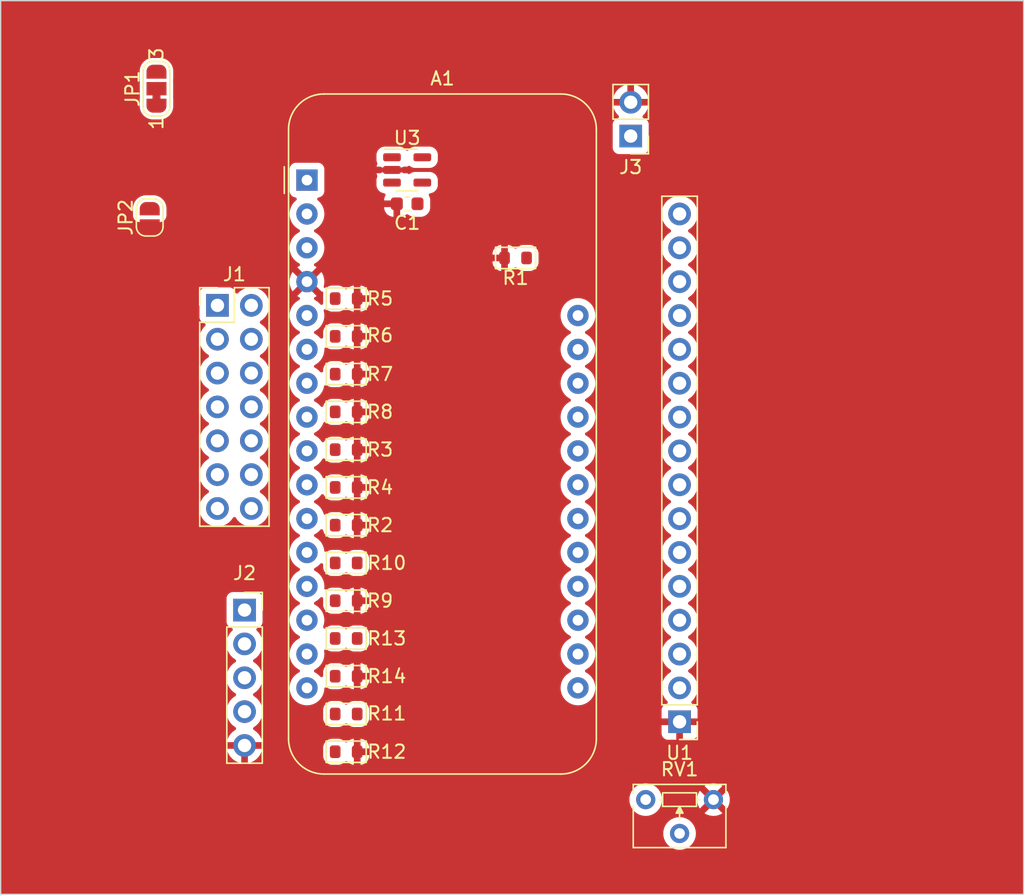
<source format=kicad_pcb>
(kicad_pcb (version 20221018) (generator pcbnew)
  (layers (0 "F.Cu" signal) (31 "B.Cu" signal) (34 "B.Paste" user) (35 "F.Paste" user) (36 "B.SilkS" user "B.Silkscreen") (37 "F.SilkS" user "F.Silkscreen") (38 "B.Mask" user) (39 "F.Mask" user) (44 "Edge.Cuts" user))
  (net 0 "")
  (net 3 "/DB7")
  (net 4 "/DB4")
  (net 5 "/DB5")
  (net 6 "/DB6")
  (net 7 "GND")
  (net 8 "+3.3V")
  (net 9 "/SW3")
  (net 10 "/SW4")
  (net 11 "/SW5")
  (net 12 "/SW6")
  (net 13 "/SW1")
  (net 14 "/SW2")
  (net 16 "/SW0")
  (net 17 "/S2")
  (net 18 "/S1")
  (net 19 "Net-(A1-TX{slash}IO17)")
  (net 20 "Net-(A1-SDA{slash}IO23)")
  (net 21 "Net-(A1-SCL{slash}IO22)")
  (net 23 "Net-(A1-EN)")
  (net 24 "Net-(A1-VBAT)")
  (net 25 "Net-(U3-NR)")
  (net 26 "Net-(J2-Pin_2)")
  (net 27 "Net-(J2-Pin_3)")
  (net 28 "Net-(J2-Pin_4)")
  (net 29 "Net-(JP1-C)")
  (net 30 "Net-(JP1-B)")
  (net 31 "/KEY")
  (net 32 "Net-(U1-VO)")
  (net 34 "Net-(JP2-B)")
  (footprint "PCM_Resistor_SMD_AKL:R_0603_1608Metric" (layer "F.Cu") (at 39.116 123.250664 180)
    (fp_text reference "R9" (at -2.54 0) (layer "F.SilkS"))
    (fp_text value "18k" hide)
    (fp_line (start -1.5 -0.8) (end -1.5 0.8) (stroke (width 0.12)) (layer "F.SilkS"))
    (fp_line (start -1.5 0.8) (end 1.5 0.8) (stroke (width 0.12)) (layer "F.SilkS"))
    (fp_line (start 1.5 -0.8) (end -1.5 -0.8) (stroke (width 0.12)) (layer "F.SilkS"))
    (fp_line (start 1.5 0.8) (end 1.5 -0.8) (stroke (width 0.12)) (layer "F.SilkS"))
    (pad "1" smd roundrect (at -0.825 0 180) (size 0.8 0.95) (layers "F.Cu" "F.Paste" "F.Mask") (net 7 "GND"))
    (pad "2" smd roundrect (at 0.825 0 180) (size 0.8 0.95) (layers "F.Cu" "F.Paste" "F.Mask") (net 18 "/S1"))
  )
  (footprint "PCM_Resistor_SMD_AKL:R_0603_1608Metric" (layer "F.Cu") (at 39.116 114.750665 180)
    (fp_text reference "R4" (at -2.54 0) (layer "F.SilkS"))
    (fp_text value "10k" hide)
    (fp_line (start -1.5 -0.8) (end -1.5 0.8) (stroke (width 0.12)) (layer "F.SilkS"))
    (fp_line (start -1.5 0.8) (end 1.5 0.8) (stroke (width 0.12)) (layer "F.SilkS"))
    (fp_line (start 1.5 -0.8) (end -1.5 -0.8) (stroke (width 0.12)) (layer "F.SilkS"))
    (fp_line (start 1.5 0.8) (end 1.5 -0.8) (stroke (width 0.12)) (layer "F.SilkS"))
    (pad "1" smd roundrect (at -0.825 0 180) (size 0.8 0.95) (layers "F.Cu" "F.Paste" "F.Mask") (net 7 "GND"))
    (pad "2" smd roundrect (at 0.825 0 180) (size 0.8 0.95) (layers "F.Cu" "F.Paste" "F.Mask") (net 14 "/SW2"))
  )
  (footprint "PCM_Resistor_SMD_AKL:R_0603_1608Metric" (layer "F.Cu") (at 39.116 126.083997)
    (fp_text reference "R13" (at 3.048 0) (layer "F.SilkS"))
    (fp_text value "10k" hide)
    (fp_line (start -1.5 -0.8) (end -1.5 0.8) (stroke (width 0.12)) (layer "F.SilkS"))
    (fp_line (start -1.5 0.8) (end 1.5 0.8) (stroke (width 0.12)) (layer "F.SilkS"))
    (fp_line (start 1.5 -0.8) (end -1.5 -0.8) (stroke (width 0.12)) (layer "F.SilkS"))
    (fp_line (start 1.5 0.8) (end 1.5 -0.8) (stroke (width 0.12)) (layer "F.SilkS"))
    (pad "1" smd roundrect (at -0.825 0) (size 0.8 0.95) (layers "F.Cu" "F.Paste" "F.Mask") (net 31 "/KEY"))
    (pad "2" smd roundrect (at 0.825 0) (size 0.8 0.95) (layers "F.Cu" "F.Paste" "F.Mask") (net 26 "Net-(J2-Pin_2)"))
  )
  (footprint "PCM_Resistor_SMD_AKL:R_0603_1608Metric" (layer "F.Cu") (at 39.116 117.583998 180)
    (fp_text reference "R2" (at -2.54 0) (layer "F.SilkS"))
    (fp_text value "10k" hide)
    (fp_line (start -1.5 -0.8) (end -1.5 0.8) (stroke (width 0.12)) (layer "F.SilkS"))
    (fp_line (start -1.5 0.8) (end 1.5 0.8) (stroke (width 0.12)) (layer "F.SilkS"))
    (fp_line (start 1.5 -0.8) (end -1.5 -0.8) (stroke (width 0.12)) (layer "F.SilkS"))
    (fp_line (start 1.5 0.8) (end 1.5 -0.8) (stroke (width 0.12)) (layer "F.SilkS"))
    (pad "1" smd roundrect (at -0.825 0 180) (size 0.8 0.95) (layers "F.Cu" "F.Paste" "F.Mask") (net 7 "GND"))
    (pad "2" smd roundrect (at 0.825 0 180) (size 0.8 0.95) (layers "F.Cu" "F.Paste" "F.Mask") (net 16 "/SW0"))
  )
  (footprint "PCM_Resistor_SMD_AKL:R_0603_1608Metric" (layer "F.Cu") (at 39.116 103.417333 180)
    (fp_text reference "R6" (at -2.54 0.072) (layer "F.SilkS"))
    (fp_text value "10k" hide)
    (fp_line (start -1.5 -0.8) (end -1.5 0.8) (stroke (width 0.12)) (layer "F.SilkS"))
    (fp_line (start -1.5 0.8) (end 1.5 0.8) (stroke (width 0.12)) (layer "F.SilkS"))
    (fp_line (start 1.5 -0.8) (end -1.5 -0.8) (stroke (width 0.12)) (layer "F.SilkS"))
    (fp_line (start 1.5 0.8) (end 1.5 -0.8) (stroke (width 0.12)) (layer "F.SilkS"))
    (pad "1" smd roundrect (at -0.825 0 180) (size 0.8 0.95) (layers "F.Cu" "F.Paste" "F.Mask") (net 7 "GND"))
    (pad "2" smd roundrect (at 0.825 0 180) (size 0.8 0.95) (layers "F.Cu" "F.Paste" "F.Mask") (net 10 "/SW4"))
  )
  (footprint "Connector_PinHeader_2.54mm:PinHeader_2x07_P2.54mm_Vertical" (layer "F.Cu") (at 29.464 101.092)
    (fp_text reference "J1" (at 1.27 -2.33) (layer "F.SilkS"))
    (fp_text value "Conn_02x07_Odd_Even")
    (fp_line (start -1.33 -1.33) (end 0 -1.33) (stroke (width 0.12)) (layer "F.SilkS"))
    (fp_line (start -1.33 0) (end -1.33 -1.33) (stroke (width 0.12)) (layer "F.SilkS"))
    (fp_line (start -1.33 1.27) (end -1.33 16.57) (stroke (width 0.12)) (layer "F.SilkS"))
    (fp_line (start -1.33 1.27) (end 1.27 1.27) (stroke (width 0.12)) (layer "F.SilkS"))
    (fp_line (start -1.33 16.57) (end 3.87 16.57) (stroke (width 0.12)) (layer "F.SilkS"))
    (fp_line (start 1.27 -1.33) (end 3.87 -1.33) (stroke (width 0.12)) (layer "F.SilkS"))
    (fp_line (start 1.27 1.27) (end 1.27 -1.33) (stroke (width 0.12)) (layer "F.SilkS"))
    (fp_line (start 3.87 -1.33) (end 3.87 16.57) (stroke (width 0.12)) (layer "F.SilkS"))
    (pad "1" thru_hole rect (at 0 0) (size 1.7 1.7) (drill 1) (layers "*.Cu" "*.Mask") (net 8 "+3.3V"))
    (pad "2" thru_hole oval (at 2.54 0) (size 1.7 1.7) (drill 1) (layers "*.Cu" "*.Mask") (net 16 "/SW0"))
    (pad "3" thru_hole oval (at 0 2.54) (size 1.7 1.7) (drill 1) (layers "*.Cu" "*.Mask") (net 8 "+3.3V"))
    (pad "4" thru_hole oval (at 2.54 2.54) (size 1.7 1.7) (drill 1) (layers "*.Cu" "*.Mask") (net 13 "/SW1"))
    (pad "5" thru_hole oval (at 0 5.08) (size 1.7 1.7) (drill 1) (layers "*.Cu" "*.Mask") (net 8 "+3.3V"))
    (pad "6" thru_hole oval (at 2.54 5.08) (size 1.7 1.7) (drill 1) (layers "*.Cu" "*.Mask") (net 14 "/SW2"))
    (pad "7" thru_hole oval (at 0 7.62) (size 1.7 1.7) (drill 1) (layers "*.Cu" "*.Mask") (net 8 "+3.3V"))
    (pad "8" thru_hole oval (at 2.54 7.62) (size 1.7 1.7) (drill 1) (layers "*.Cu" "*.Mask") (net 9 "/SW3"))
    (pad "9" thru_hole oval (at 0 10.16) (size 1.7 1.7) (drill 1) (layers "*.Cu" "*.Mask") (net 8 "+3.3V"))
    (pad "10" thru_hole oval (at 2.54 10.16) (size 1.7 1.7) (drill 1) (layers "*.Cu" "*.Mask") (net 10 "/SW4"))
    (pad "11" thru_hole oval (at 0 12.7) (size 1.7 1.7) (drill 1) (layers "*.Cu" "*.Mask") (net 8 "+3.3V"))
    (pad "12" thru_hole oval (at 2.54 12.7) (size 1.7 1.7) (drill 1) (layers "*.Cu" "*.Mask") (net 11 "/SW5"))
    (pad "13" thru_hole oval (at 0 15.24) (size 1.7 1.7) (drill 1) (layers "*.Cu" "*.Mask") (net 8 "+3.3V"))
    (pad "14" thru_hole oval (at 2.54 15.24) (size 1.7 1.7) (drill 1) (layers "*.Cu" "*.Mask") (net 12 "/SW6"))
  )
  (footprint "Module:Adafruit_Feather" (layer "F.Cu") (at 36.1755 91.694)
    (fp_text reference "A1" (at 10.16 -7.62) (layer "F.SilkS"))
    (fp_text value "Adafruit_Feather_HUZZAH32_ESP32")
    (fp_line (start -1.7 1) (end -1.7 -1) (stroke (width 0.12)) (layer "F.SilkS"))
    (fp_line (start -1.38 -3.81) (end -1.38 41.91) (stroke (width 0.12)) (layer "F.SilkS"))
    (fp_line (start 19.05 -6.46) (end 1.27 -6.46) (stroke (width 0.12)) (layer "F.SilkS"))
    (fp_line (start 19.05 44.56) (end 1.27 44.56) (stroke (width 0.12)) (layer "F.SilkS"))
    (fp_line (start 21.7 -3.81) (end 21.7 41.91) (stroke (width 0.12)) (layer "F.SilkS"))
    (fp_arc (start -1.38 -3.81) (mid -0.603833 -5.683833) (end 1.27 -6.46) (stroke (width 0.12)) (layer "F.SilkS"))
    (fp_arc (start 1.27 44.56) (mid -0.603833 43.783833) (end -1.38 41.91) (stroke (width 0.12)) (layer "F.SilkS"))
    (fp_arc (start 19.05 -6.46) (mid 20.923833 -5.683833) (end 21.7 -3.81) (stroke (width 0.12)) (layer "F.SilkS"))
    (fp_arc (start 21.7 41.91) (mid 20.923833 43.783833) (end 19.05 44.56) (stroke (width 0.12)) (layer "F.SilkS"))
    (pad "1" thru_hole rect locked (at 0 0 180) (size 1.6 1.6) (drill 0.8) (layers "*.Cu" "*.Mask"))
    (pad "2" thru_hole circle locked (at 0 2.54 180) (size 1.6 1.6) (drill 0.8) (layers "*.Cu" "*.Mask") (net 8 "+3.3V"))
    (pad "3" thru_hole circle locked (at 0 5.08 180) (size 1.6 1.6) (drill 0.8) (layers "*.Cu" "*.Mask"))
    (pad "4" thru_hole circle locked (at 0 7.62 180) (size 1.6 1.6) (drill 0.8) (layers "*.Cu" "*.Mask") (net 7 "GND"))
    (pad "5" thru_hole circle locked (at 0 10.16 180) (size 1.6 1.6) (drill 0.8) (layers "*.Cu" "*.Mask") (net 9 "/SW3"))
    (pad "6" thru_hole circle locked (at 0 12.7 180) (size 1.6 1.6) (drill 0.8) (layers "*.Cu" "*.Mask") (net 10 "/SW4"))
    (pad "7" thru_hole circle locked (at 0 15.24 180) (size 1.6 1.6) (drill 0.8) (layers "*.Cu" "*.Mask") (net 11 "/SW5"))
    (pad "8" thru_hole circle locked (at 0 17.78 180) (size 1.6 1.6) (drill 0.8) (layers "*.Cu" "*.Mask") (net 12 "/SW6"))
    (pad "9" thru_hole circle locked (at 0 20.32 180) (size 1.6 1.6) (drill 0.8) (layers "*.Cu" "*.Mask") (net 13 "/SW1"))
    (pad "10" thru_hole circle locked (at 0 22.86 180) (size 1.6 1.6) (drill 0.8) (layers "*.Cu" "*.Mask") (net 14 "/SW2"))
    (pad "11" thru_hole circle locked (at 0 25.4 180) (size 1.6 1.6) (drill 0.8) (layers "*.Cu" "*.Mask"))
    (pad "12" thru_hole circle locked (at 0 27.94 180) (size 1.6 1.6) (drill 0.8) (layers "*.Cu" "*.Mask") (net 16 "/SW0"))
    (pad "13" thru_hole circle locked (at 0 30.48 180) (size 1.6 1.6) (drill 0.8) (layers "*.Cu" "*.Mask") (net 17 "/S2"))
    (pad "14" thru_hole circle locked (at 0 33.02 180) (size 1.6 1.6) (drill 0.8) (layers "*.Cu" "*.Mask") (net 18 "/S1"))
    (pad "15" thru_hole circle locked (at 0 35.56 180) (size 1.6 1.6) (drill 0.8) (layers "*.Cu" "*.Mask") (net 19 "Net-(A1-TX{slash}IO17)"))
    (pad "16" thru_hole circle locked (at 0 38.1 180) (size 1.6 1.6) (drill 0.8) (layers "*.Cu" "*.Mask"))
    (pad "17" thru_hole circle locked (at 20.32 38.1 180) (size 1.6 1.6) (drill 0.8) (layers "*.Cu" "*.Mask") (net 20 "Net-(A1-SDA{slash}IO23)"))
    (pad "18" thru_hole circle locked (at 20.32 35.56 180) (size 1.6 1.6) (drill 0.8) (layers "*.Cu" "*.Mask") (net 21 "Net-(A1-SCL{slash}IO22)"))
    (pad "19" thru_hole circle locked (at 20.32 33.02 180) (size 1.6 1.6) (drill 0.8) (layers "*.Cu" "*.Mask") (net 5 "/DB5"))
    (pad "20" thru_hole circle locked (at 20.32 30.48 180) (size 1.6 1.6) (drill 0.8) (layers "*.Cu" "*.Mask") (net 4 "/DB4"))
    (pad "21" thru_hole circle locked (at 20.32 27.94 180) (size 1.6 1.6) (drill 0.8) (layers "*.Cu" "*.Mask"))
    (pad "22" thru_hole circle locked (at 20.32 25.4 180) (size 1.6 1.6) (drill 0.8) (layers "*.Cu" "*.Mask") (net 6 "/DB6"))
    (pad "23" thru_hole circle locked (at 20.32 22.86 180) (size 1.6 1.6) (drill 0.8) (layers "*.Cu" "*.Mask") (net 3 "/DB7"))
    (pad "24" thru_hole circle locked (at 20.32 20.32 180) (size 1.6 1.6) (drill 0.8) (layers "*.Cu" "*.Mask"))
    (pad "25" thru_hole circle locked (at 20.32 17.78 180) (size 1.6 1.6) (drill 0.8) (layers "*.Cu" "*.Mask"))
    (pad "26" thru_hole circle locked (at 20.32 15.24 180) (size 1.6 1.6) (drill 0.8) (layers "*.Cu" "*.Mask"))
    (pad "27" thru_hole circle locked (at 20.32 12.7 180) (size 1.6 1.6) (drill 0.8) (layers "*.Cu" "*.Mask") (net 23 "Net-(A1-EN)"))
    (pad "28" thru_hole circle locked (at 20.32 10.16 180) (size 1.6 1.6) (drill 0.8) (layers "*.Cu" "*.Mask") (net 24 "Net-(A1-VBAT)"))
  )
  (footprint "PCM_Resistor_SMD_AKL:R_0603_1608Metric" (layer "F.Cu") (at 39.116 109.083999 180)
    (fp_text reference "R8" (at -2.54 0) (layer "F.SilkS"))
    (fp_text value "10k" hide)
    (fp_line (start -1.5 -0.8) (end -1.5 0.8) (stroke (width 0.12)) (layer "F.SilkS"))
    (fp_line (start -1.5 0.8) (end 1.5 0.8) (stroke (width 0.12)) (layer "F.SilkS"))
    (fp_line (start 1.5 -0.8) (end -1.5 -0.8) (stroke (width 0.12)) (layer "F.SilkS"))
    (fp_line (start 1.5 0.8) (end 1.5 -0.8) (stroke (width 0.12)) (layer "F.SilkS"))
    (pad "1" smd roundrect (at -0.825 0 180) (size 0.8 0.95) (layers "F.Cu" "F.Paste" "F.Mask") (net 7 "GND"))
    (pad "2" smd roundrect (at 0.825 0 180) (size 0.8 0.95) (layers "F.Cu" "F.Paste" "F.Mask") (net 12 "/SW6"))
  )
  (footprint "PCM_Potentiometer_THT_AKL:Potentiometer_Bourns_3266W_Vertical" (layer "F.Cu") (at 66.6555 138.174)
    (fp_text reference "RV1" (at -2.54 -2.27) (layer "F.SilkS"))
    (fp_text value "R_Potentiometer_Trim" hide)
    (fp_line (start -6.015 -1.14) (end -6.015 -0.495) (stroke (width 0.12)) (layer "F.SilkS"))
    (fp_line (start -6.015 -1.14) (end 0.935 -1.14) (stroke (width 0.12)) (layer "F.SilkS"))
    (fp_line (start -6.015 0.495) (end -6.015 3.6) (stroke (width 0.12)) (layer "F.SilkS"))
    (fp_line (start -6.015 3.6) (end 0.935 3.6) (stroke (width 0.12)) (layer "F.SilkS"))
    (fp_line (start -3.81 0) (end -4.064 0) (stroke (width 0.12)) (layer "F.SilkS"))
    (fp_line (start -2.54 1.524) (end -2.54 0.508) (stroke (width 0.12)) (layer "F.SilkS"))
    (fp_line (start -1.27 0) (end -1.016 0) (stroke (width 0.12)) (layer "F.SilkS"))
    (fp_line (start 0.935 -1.14) (end 0.935 -0.495) (stroke (width 0.12)) (layer "F.SilkS"))
    (fp_line (start 0.935 0.495) (end 0.935 3.6) (stroke (width 0.12)) (layer "F.SilkS"))
    (fp_rect (start -3.81 0.508) (end -1.27 -0.508) (stroke (width 0.12)) (fill none) (layer "F.SilkS"))
    (fp_poly (pts (xy -2.54 0.508) (xy -2.286 1.016) (xy -2.794 1.016)) (stroke (width 0.12)) (fill solid) (layer "F.SilkS"))
    (pad "1" thru_hole circle (at 0 0) (size 1.44 1.44) (drill 0.8) (layers "*.Cu" "*.Mask") (net 7 "GND"))
    (pad "2" thru_hole circle (at -2.54 2.54) (size 1.44 1.44) (drill 0.8) (layers "*.Cu" "*.Mask") (net 32 "Net-(U1-VO)"))
    (pad "3" thru_hole circle (at -5.08 0) (size 1.44 1.44) (drill 0.8) (layers "*.Cu" "*.Mask") (net 29 "Net-(JP1-C)"))
  )
  (footprint "Jumper:SolderJumper-3_P1.3mm_Bridged12_RoundedPad1.0x1.5mm_NumberLabels" (layer "F.Cu") (at 24.892 84.836 90)
    (fp_text reference "JP1" (at 0 -1.8 90) (layer "F.SilkS"))
    (fp_text value "Vfeather/Vbatt")
    (fp_text user "3" (at 2.6 0 90) (layer "F.SilkS"))
    (fp_text user "1" (at -2.6 0 90) (layer "F.SilkS"))
    (fp_poly (pts (xy -0.9 -0.3) (xy -0.4 -0.3) (xy -0.4 0.3) (xy -0.9 0.3)) (fill solid) (layer "F.Cu"))
    (fp_line (start -2.05 0.3) (end -2.05 -0.3) (stroke (width 0.12)) (layer "F.SilkS"))
    (fp_line (start -1.4 -1) (end 1.4 -1) (stroke (width 0.12)) (layer "F.SilkS"))
    (fp_line (start 1.4 1) (end -1.4 1) (stroke (width 0.12)) (layer "F.SilkS"))
    (fp_line (start 2.05 -0.3) (end 2.05 0.3) (stroke (width 0.12)) (layer "F.SilkS"))
    (fp_arc (start -2.05 -0.3) (mid -1.844975 -0.794975) (end -1.35 -1) (stroke (width 0.12)) (layer "F.SilkS"))
    (fp_arc (start -1.35 1) (mid -1.844975 0.794975) (end -2.05 0.3) (stroke (width 0.12)) (layer "F.SilkS"))
    (fp_arc (start 1.35 -1) (mid 1.844975 -0.794975) (end 2.05 -0.3) (stroke (width 0.12)) (layer "F.SilkS"))
    (fp_arc (start 2.05 0.3) (mid 1.844975 0.794975) (end 1.35 1) (stroke (width 0.12)) (layer "F.SilkS"))
    (pad "1" smd custom (at -1.3 0 90) (size 1 0.5) (layers "F.Cu" "F.Mask") (net 8 "+3.3V") (options (clearance outline) (anchor rect)) (primitives (gr_poly (pts (xy 0.55 0.75) (xy 0 0.75) (xy 0 -0.75) (xy 0.55 -0.75)) (width 0) (fill yes)) (gr_circle (center 0 0.25) (end 0.5 0.25) (width 0) (fill yes)) (gr_circle (center 0 -0.25) (end 0.5 -0.25) (width 0) (fill yes))))
    (pad "2" smd rect (at 0 0 90) (size 1 1.5) (layers "F.Cu" "F.Mask") (net 29 "Net-(JP1-C)"))
    (pad "3" smd custom (at 1.3 0 90) (size 1 0.5) (layers "F.Cu" "F.Mask") (net 30 "Net-(JP1-B)") (options (clearance outline) (anchor rect)) (primitives (gr_circle (center 0 0.25) (end 0.5 0.25) (width 0) (fill yes)) (gr_circle (center 0 -0.25) (end 0.5 -0.25) (width 0) (fill yes)) (gr_poly (pts (xy 0 0.75) (xy -0.55 0.75) (xy -0.55 -0.75) (xy 0 -0.75)) (width 0) (fill yes))))
  )
  (footprint "Connector_PinHeader_2.54mm:PinHeader_1x02_P2.54mm_Vertical" (layer "F.Cu") (at 60.452 88.392 180)
    (fp_text reference "J3" (at 0 -2.33) (layer "F.SilkS"))
    (fp_text value "Conn_01x02_Pin")
    (fp_line (start -1.33 -1.33) (end 0 -1.33) (stroke (width 0.12)) (layer "F.SilkS"))
    (fp_line (start -1.33 0) (end -1.33 -1.33) (stroke (width 0.12)) (layer "F.SilkS"))
    (fp_line (start -1.33 1.27) (end -1.33 3.87) (stroke (width 0.12)) (layer "F.SilkS"))
    (fp_line (start -1.33 1.27) (end 1.33 1.27) (stroke (width 0.12)) (layer "F.SilkS"))
    (fp_line (start -1.33 3.87) (end 1.33 3.87) (stroke (width 0.12)) (layer "F.SilkS"))
    (fp_line (start 1.33 1.27) (end 1.33 3.87) (stroke (width 0.12)) (layer "F.SilkS"))
    (pad "1" thru_hole rect (at 0 0 180) (size 1.7 1.7) (drill 1) (layers "*.Cu" "*.Mask") (net 23 "Net-(A1-EN)"))
    (pad "2" thru_hole oval (at 0 2.54 180) (size 1.7 1.7) (drill 1) (layers "*.Cu" "*.Mask") (net 7 "GND"))
  )
  (footprint "PCM_Resistor_SMD_AKL:R_0603_1608Metric" (layer "F.Cu") (at 39.116 106.250666 180)
    (fp_text reference "R7" (at -2.54 0) (layer "F.SilkS"))
    (fp_text value "10k" hide)
    (fp_line (start -1.5 -0.8) (end -1.5 0.8) (stroke (width 0.12)) (layer "F.SilkS"))
    (fp_line (start -1.5 0.8) (end 1.5 0.8) (stroke (width 0.12)) (layer "F.SilkS"))
    (fp_line (start 1.5 -0.8) (end -1.5 -0.8) (stroke (width 0.12)) (layer "F.SilkS"))
    (fp_line (start 1.5 0.8) (end 1.5 -0.8) (stroke (width 0.12)) (layer "F.SilkS"))
    (pad "1" smd roundrect (at -0.825 0 180) (size 0.8 0.95) (layers "F.Cu" "F.Paste" "F.Mask") (net 7 "GND"))
    (pad "2" smd roundrect (at 0.825 0 180) (size 0.8 0.95) (layers "F.Cu" "F.Paste" "F.Mask") (net 11 "/SW5"))
  )
  (footprint "PCM_Resistor_SMD_AKL:R_0603_1608Metric" (layer "F.Cu") (at 39.116 131.750663)
    (fp_text reference "R11" (at 3.048 -0.036) (layer "F.SilkS"))
    (fp_text value "10k" hide)
    (fp_line (start -1.5 -0.8) (end -1.5 0.8) (stroke (width 0.12)) (layer "F.SilkS"))
    (fp_line (start -1.5 0.8) (end 1.5 0.8) (stroke (width 0.12)) (layer "F.SilkS"))
    (fp_line (start 1.5 -0.8) (end -1.5 -0.8) (stroke (width 0.12)) (layer "F.SilkS"))
    (fp_line (start 1.5 0.8) (end 1.5 -0.8) (stroke (width 0.12)) (layer "F.SilkS"))
    (pad "1" smd roundrect (at -0.825 0) (size 0.8 0.95) (layers "F.Cu" "F.Paste" "F.Mask") (net 17 "/S2"))
    (pad "2" smd roundrect (at 0.825 0) (size 0.8 0.95) (layers "F.Cu" "F.Paste" "F.Mask") (net 28 "Net-(J2-Pin_4)"))
  )
  (footprint "Connector_PinSocket_2.54mm:PinSocket_1x05_P2.54mm_Vertical" (layer "F.Cu") (at 31.496 123.952)
    (fp_text reference "J2" (at 0 -2.77) (layer "F.SilkS"))
    (fp_text value "Conn_01x05_Socket")
    (fp_line (start -1.33 1.27) (end -1.33 11.49) (stroke (width 0.12)) (layer "F.SilkS"))
    (fp_line (start -1.33 1.27) (end 1.33 1.27) (stroke (width 0.12)) (layer "F.SilkS"))
    (fp_line (start -1.33 11.49) (end 1.33 11.49) (stroke (width 0.12)) (layer "F.SilkS"))
    (fp_line (start 0 -1.33) (end 1.33 -1.33) (stroke (width 0.12)) (layer "F.SilkS"))
    (fp_line (start 1.33 -1.33) (end 1.33 0) (stroke (width 0.12)) (layer "F.SilkS"))
    (fp_line (start 1.33 1.27) (end 1.33 11.49) (stroke (width 0.12)) (layer "F.SilkS"))
    (pad "1" thru_hole rect (at 0 0) (size 1.7 1.7) (drill 1) (layers "*.Cu" "*.Mask") (net 8 "+3.3V"))
    (pad "2" thru_hole oval (at 0 2.54) (size 1.7 1.7) (drill 1) (layers "*.Cu" "*.Mask") (net 26 "Net-(J2-Pin_2)"))
    (pad "3" thru_hole oval (at 0 5.08) (size 1.7 1.7) (drill 1) (layers "*.Cu" "*.Mask") (net 27 "Net-(J2-Pin_3)"))
    (pad "4" thru_hole oval (at 0 7.62) (size 1.7 1.7) (drill 1) (layers "*.Cu" "*.Mask") (net 28 "Net-(J2-Pin_4)"))
    (pad "5" thru_hole oval (at 0 10.16) (size 1.7 1.7) (drill 1) (layers "*.Cu" "*.Mask") (net 7 "GND"))
  )
  (footprint "PCM_Resistor_SMD_AKL:R_0603_1608Metric" (layer "F.Cu") (at 39.116 100.584 180)
    (fp_text reference "R5" (at -2.54 0) (layer "F.SilkS"))
    (fp_text value "10k" hide)
    (fp_line (start -1.5 -0.8) (end -1.5 0.8) (stroke (width 0.12)) (layer "F.SilkS"))
    (fp_line (start -1.5 0.8) (end 1.5 0.8) (stroke (width 0.12)) (layer "F.SilkS"))
    (fp_line (start 1.5 -0.8) (end -1.5 -0.8) (stroke (width 0.12)) (layer "F.SilkS"))
    (fp_line (start 1.5 0.8) (end 1.5 -0.8) (stroke (width 0.12)) (layer "F.SilkS"))
    (pad "1" smd roundrect (at -0.825 0 180) (size 0.8 0.95) (layers "F.Cu" "F.Paste" "F.Mask") (net 7 "GND"))
    (pad "2" smd roundrect (at 0.825 0 180) (size 0.8 0.95) (layers "F.Cu" "F.Paste" "F.Mask") (net 9 "/SW3"))
  )
  (footprint "PCM_Resistor_SMD_AKL:R_0603_1608Metric" (layer "F.Cu") (at 39.116 128.91733 180)
    (fp_text reference "R14" (at -3.048 0) (layer "F.SilkS"))
    (fp_text value "18k" hide)
    (fp_line (start -1.5 -0.8) (end -1.5 0.8) (stroke (width 0.12)) (layer "F.SilkS"))
    (fp_line (start -1.5 0.8) (end 1.5 0.8) (stroke (width 0.12)) (layer "F.SilkS"))
    (fp_line (start 1.5 -0.8) (end -1.5 -0.8) (stroke (width 0.12)) (layer "F.SilkS"))
    (fp_line (start 1.5 0.8) (end 1.5 -0.8) (stroke (width 0.12)) (layer "F.SilkS"))
    (pad "1" smd roundrect (at -0.825 0 180) (size 0.8 0.95) (layers "F.Cu" "F.Paste" "F.Mask") (net 7 "GND"))
    (pad "2" smd roundrect (at 0.825 0 180) (size 0.8 0.95) (layers "F.Cu" "F.Paste" "F.Mask") (net 31 "/KEY"))
  )
  (footprint "PCM_Resistor_SMD_AKL:R_0603_1608Metric" (layer "F.Cu") (at 39.116 120.417331 180)
    (fp_text reference "R10" (at -3.048 0) (layer "F.SilkS"))
    (fp_text value "10k" hide)
    (fp_line (start -1.5 -0.8) (end -1.5 0.8) (stroke (width 0.12)) (layer "F.SilkS"))
    (fp_line (start -1.5 0.8) (end 1.5 0.8) (stroke (width 0.12)) (layer "F.SilkS"))
    (fp_line (start 1.5 -0.8) (end -1.5 -0.8) (stroke (width 0.12)) (layer "F.SilkS"))
    (fp_line (start 1.5 0.8) (end 1.5 -0.8) (stroke (width 0.12)) (layer "F.SilkS"))
    (pad "1" smd roundrect (at -0.825 0 180) (size 0.8 0.95) (layers "F.Cu" "F.Paste" "F.Mask") (net 18 "/S1"))
    (pad "2" smd roundrect (at 0.825 0 180) (size 0.8 0.95) (layers "F.Cu" "F.Paste" "F.Mask") (net 27 "Net-(J2-Pin_3)"))
  )
  (footprint "PCM_Resistor_SMD_AKL:R_0603_1608Metric" (layer "F.Cu") (at 51.816 97.536 180)
    (fp_text reference "R1" (at 0 -1.5) (layer "F.SilkS"))
    (fp_text value "220" hide)
    (fp_line (start -1.5 -0.8) (end -1.5 0.8) (stroke (width 0.12)) (layer "F.SilkS"))
    (fp_line (start -1.5 0.8) (end 1.5 0.8) (stroke (width 0.12)) (layer "F.SilkS"))
    (fp_line (start 1.5 -0.8) (end -1.5 -0.8) (stroke (width 0.12)) (layer "F.SilkS"))
    (fp_line (start 1.5 0.8) (end 1.5 -0.8) (stroke (width 0.12)) (layer "F.SilkS"))
    (pad "1" smd roundrect (at -0.825 0 180) (size 0.8 0.95) (layers "F.Cu" "F.Paste" "F.Mask") (net 34 "Net-(JP2-B)"))
    (pad "2" smd roundrect (at 0.825 0 180) (size 0.8 0.95) (layers "F.Cu" "F.Paste" "F.Mask") (net 7 "GND"))
  )
  (footprint "Capacitor_SMD:C_0603_1608Metric" (layer "F.Cu") (at 43.688 93.472 180)
    (fp_text reference "C1" (at 0 -1.43 180) (layer "F.SilkS"))
    (fp_text value "100n")
    (fp_line (start -0.14058 -0.51) (end 0.14058 -0.51) (stroke (width 0.12)) (layer "F.SilkS"))
    (fp_line (start -0.14058 0.51) (end 0.14058 0.51) (stroke (width 0.12)) (layer "F.SilkS"))
    (pad "1" smd roundrect (at -0.775 0 180) (size 0.9 0.95) (layers "F.Cu" "F.Paste" "F.Mask") (net 25 "Net-(U3-NR)"))
    (pad "2" smd roundrect (at 0.775 0 180) (size 0.9 0.95) (layers "F.Cu" "F.Paste" "F.Mask") (net 7 "GND"))
  )
  (footprint "Package_TO_SOT_SMD:SOT-23-5" (layer "F.Cu") (at 43.688 90.932)
    (fp_text reference "U3" (at 0 -2.4) (layer "F.SilkS"))
    (fp_text value "TPS73131DBV")
    (fp_line (start 0 -1.56) (end -1.8 -1.56) (stroke (width 0.12)) (layer "F.SilkS"))
    (fp_line (start 0 -1.56) (end 0.8 -1.56) (stroke (width 0.12)) (layer "F.SilkS"))
    (fp_line (start 0 1.56) (end -0.8 1.56) (stroke (width 0.12)) (layer "F.SilkS"))
    (fp_line (start 0 1.56) (end 0.8 1.56) (stroke (width 0.12)) (layer "F.SilkS"))
    (pad "1" smd roundrect (at -1.1375 -0.95) (size 1.325 0.6) (layers "F.Cu" "F.Paste" "F.Mask") (net 24 "Net-(A1-VBAT)"))
    (pad "2" smd roundrect (at -1.1375 0) (size 1.325 0.6) (layers "F.Cu" "F.Paste" "F.Mask") (net 7 "GND"))
    (pad "3" smd roundrect (at -1.1375 0.95) (size 1.325 0.6) (layers "F.Cu" "F.Paste" "F.Mask") (net 24 "Net-(A1-VBAT)"))
    (pad "4" smd roundrect (at 1.1375 0.95) (size 1.325 0.6) (layers "F.Cu" "F.Paste" "F.Mask") (net 25 "Net-(U3-NR)"))
    (pad "5" smd roundrect (at 1.1375 -0.95) (size 1.325 0.6) (layers "F.Cu" "F.Paste" "F.Mask") (net 30 "Net-(JP1-B)"))
  )
  (footprint "PCM_Resistor_SMD_AKL:R_0603_1608Metric" (layer "F.Cu") (at 39.116 111.917332 180)
    (fp_text reference "R3" (at -2.54 0) (layer "F.SilkS"))
    (fp_text value "10k" hide)
    (fp_line (start -1.5 -0.8) (end -1.5 0.8) (stroke (width 0.12)) (layer "F.SilkS"))
    (fp_line (start -1.5 0.8) (end 1.5 0.8) (stroke (width 0.12)) (layer "F.SilkS"))
    (fp_line (start 1.5 -0.8) (end -1.5 -0.8) (stroke (width 0.12)) (layer "F.SilkS"))
    (fp_line (start 1.5 0.8) (end 1.5 -0.8) (stroke (width 0.12)) (layer "F.SilkS"))
    (pad "1" smd roundrect (at -0.825 0 180) (size 0.8 0.95) (layers "F.Cu" "F.Paste" "F.Mask") (net 7 "GND"))
    (pad "2" smd roundrect (at 0.825 0 180) (size 0.8 0.95) (layers "F.Cu" "F.Paste" "F.Mask") (net 13 "/SW1"))
  )
  (footprint "PCM_Resistor_SMD_AKL:R_0603_1608Metric" (layer "F.Cu") (at 39.116 134.584 180)
    (fp_text reference "R12" (at -3.048 0) (layer "F.SilkS"))
    (fp_text value "18k" hide)
    (fp_line (start -1.5 -0.8) (end -1.5 0.8) (stroke (width 0.12)) (layer "F.SilkS"))
    (fp_line (start -1.5 0.8) (end 1.5 0.8) (stroke (width 0.12)) (layer "F.SilkS"))
    (fp_line (start 1.5 -0.8) (end -1.5 -0.8) (stroke (width 0.12)) (layer "F.SilkS"))
    (fp_line (start 1.5 0.8) (end 1.5 -0.8) (stroke (width 0.12)) (layer "F.SilkS"))
    (pad "1" smd roundrect (at -0.825 0 180) (size 0.8 0.95) (layers "F.Cu" "F.Paste" "F.Mask") (net 7 "GND"))
    (pad "2" smd roundrect (at 0.825 0 180) (size 0.8 0.95) (layers "F.Cu" "F.Paste" "F.Mask") (net 17 "/S2"))
  )
  (footprint "Jumper:SolderJumper-2_P1.3mm_Open_RoundedPad1.0x1.5mm" (layer "F.Cu") (at 24.384 94.488 90)
    (fp_text reference "JP2" (at 0 -1.8 90) (layer "F.SilkS"))
    (fp_text value "SolderJumper_2_Open")
    (fp_line (start -1.4 0.3) (end -1.4 -0.3) (stroke (width 0.12)) (layer "F.SilkS"))
    (fp_line (start -0.7 -1) (end 0.7 -1) (stroke (width 0.12)) (layer "F.SilkS"))
    (fp_line (start 0.7 1) (end -0.7 1) (stroke (width 0.12)) (layer "F.SilkS"))
    (fp_line (start 1.4 -0.3) (end 1.4 0.3) (stroke (width 0.12)) (layer "F.SilkS"))
    (fp_arc (start -1.4 -0.3) (mid -1.194975 -0.794975) (end -0.7 -1) (stroke (width 0.12)) (layer "F.SilkS"))
    (fp_arc (start -0.7 1) (mid -1.194975 0.794975) (end -1.4 0.3) (stroke (width 0.12)) (layer "F.SilkS"))
    (fp_arc (start 0.7 -1) (mid 1.194975 -0.794975) (end 1.4 -0.3) (stroke (width 0.12)) (layer "F.SilkS"))
    (fp_arc (start 1.4 0.3) (mid 1.194975 0.794975) (end 0.7 1) (stroke (width 0.12)) (layer "F.SilkS"))
    (pad "1" smd custom (at -0.65 0 90) (size 1 0.5) (layers "F.Cu" "F.Mask") (net 7 "GND") (options (clearance outline) (anchor rect)) (primitives (gr_circle (center 0 0.25) (end 0.5 0.25) (width 0) (fill yes)) (gr_circle (center 0 -0.25) (end 0.5 -0.25) (width 0) (fill yes)) (gr_poly (pts (xy 0.5 0.75) (xy 0 0.75) (xy 0 -0.75) (xy 0.5 -0.75)) (width 0) (fill yes))))
    (pad "2" smd custom (at 0.65 0 90) (size 1 0.5) (layers "F.Cu" "F.Mask") (net 34 "Net-(JP2-B)") (options (clearance outline) (anchor rect)) (primitives (gr_circle (center 0 0.25) (end 0.5 0.25) (width 0) (fill yes)) (gr_circle (center 0 -0.25) (end 0.5 -0.25) (width 0) (fill yes)) (gr_poly (pts (xy 0 0.75) (xy -0.5 0.75) (xy -0.5 -0.75) (xy 0 -0.75)) (width 0) (fill yes))))
  )
  (footprint "Connector_PinHeader_2.54mm:PinHeader_1x16_P2.54mm_Vertical" (layer "F.Cu") (at 64.1155 132.334 180)
    (fp_text reference "U1" (at 0 -2.33) (layer "F.SilkS"))
    (fp_text value "NHD-0420H1Z")
    (fp_line (start -1.33 -1.33) (end 0 -1.33) (stroke (width 0.12)) (layer "F.SilkS"))
    (fp_line (start -1.33 0) (end -1.33 -1.33) (stroke (width 0.12)) (layer "F.SilkS"))
    (fp_line (start -1.33 1.27) (end -1.33 39.43) (stroke (width 0.12)) (layer "F.SilkS"))
    (fp_line (start -1.33 1.27) (end 1.33 1.27) (stroke (width 0.12)) (layer "F.SilkS"))
    (fp_line (start -1.33 39.43) (end 1.33 39.43) (stroke (width 0.12)) (layer "F.SilkS"))
    (fp_line (start 1.33 1.27) (end 1.33 39.43) (stroke (width 0.12)) (layer "F.SilkS"))
    (pad "1" thru_hole rect (at 0 0 180) (size 1.7 1.7) (drill 1) (layers "*.Cu" "*.Mask") (net 7 "GND"))
    (pad "2" thru_hole oval (at 0 2.54 180) (size 1.7 1.7) (drill 1) (layers "*.Cu" "*.Mask") (net 29 "Net-(JP1-C)"))
    (pad "3" thru_hole oval (at 0 5.08 180) (size 1.7 1.7) (drill 1) (layers "*.Cu" "*.Mask") (net 32 "Net-(U1-VO)"))
    (pad "4" thru_hole oval (at 0 7.62 180) (size 1.7 1.7) (drill 1) (layers "*.Cu" "*.Mask") (net 19 "Net-(A1-TX{slash}IO17)"))
    (pad "5" thru_hole oval (at 0 10.16 180) (size 1.7 1.7) (drill 1) (layers "*.Cu" "*.Mask") (net 20 "Net-(A1-SDA{slash}IO23)"))
    (pad "6" thru_hole oval (at 0 12.7 180) (size 1.7 1.7) (drill 1) (layers "*.Cu" "*.Mask") (net 21 "Net-(A1-SCL{slash}IO22)"))
    (pad "7" thru_hole oval (at 0 15.24 180) (size 1.7 1.7) (drill 1) (layers "*.Cu" "*.Mask"))
    (pad "8" thru_hole oval (at 0 17.78 180) (size 1.7 1.7) (drill 1) (layers "*.Cu" "*.Mask"))
    (pad "9" thru_hole oval (at 0 20.32 180) (size 1.7 1.7) (drill 1) (layers "*.Cu" "*.Mask"))
    (pad "10" thru_hole oval (at 0 22.86 180) (size 1.7 1.7) (drill 1) (layers "*.Cu" "*.Mask"))
    (pad "11" thru_hole oval (at 0 25.4 180) (size 1.7 1.7) (drill 1) (layers "*.Cu" "*.Mask") (net 4 "/DB4"))
    (pad "12" thru_hole oval (at 0 27.94 180) (size 1.7 1.7) (drill 1) (layers "*.Cu" "*.Mask") (net 5 "/DB5"))
    (pad "13" thru_hole oval (at 0 30.48 180) (size 1.7 1.7) (drill 1) (layers "*.Cu" "*.Mask") (net 6 "/DB6"))
    (pad "14" thru_hole oval (at 0 33.02 180) (size 1.7 1.7) (drill 1) (layers "*.Cu" "*.Mask") (net 3 "/DB7"))
    (pad "15" thru_hole oval (at 0 35.56 180) (size 1.7 1.7) (drill 1) (layers "*.Cu" "*.Mask") (net 8 "+3.3V"))
    (pad "16" thru_hole oval (at 0 38.1 180) (size 1.7 1.7) (drill 1) (layers "*.Cu" "*.Mask") (net 34 "Net-(JP2-B)"))
  )
  (gr_rect (start 13.208 78.232) (end 89.916 145.288) (stroke (width 0.1)) (fill none) (layer "Edge.Cuts"))
  (zone (net 7) (net_name "GND") (layer "F.Cu") (connect_pads (clearance 0.5)) (min_thickness 0.25) (fill yes (thermal_gap 0.5) (thermal_bridge_width 0.5))
    (polygon (pts (xy 89.916 78.232) (xy 13.208 78.232) (xy 13.208 145.288) (xy 89.916 145.288)))
  )
)
</source>
